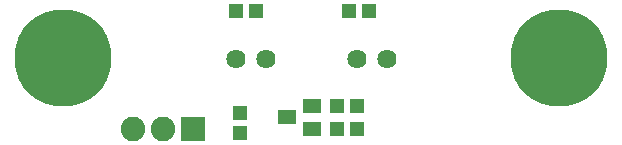
<source format=gbr>
G75*
G70*
%OFA0B0*%
%FSLAX24Y24*%
%IPPOS*%
%LPD*%
%AMOC8*
5,1,8,0,0,1.08239X$1,22.5*
%
%ADD10C,0.3230*%
%ADD11R,0.0513X0.0474*%
%ADD12R,0.0474X0.0513*%
%ADD13R,0.0820X0.0820*%
%ADD14C,0.0820*%
%ADD15R,0.0631X0.0474*%
%ADD16C,0.0640*%
D10*
X002494Y004511D03*
X019029Y004511D03*
D11*
X012671Y006086D03*
X012002Y006086D03*
X008399Y002680D03*
X008399Y002011D03*
D12*
X011608Y002149D03*
X012277Y002149D03*
X012277Y002936D03*
X011608Y002936D03*
X008931Y006086D03*
X008261Y006086D03*
D13*
X006824Y002149D03*
D14*
X004824Y002149D03*
X005824Y002149D03*
D15*
X009935Y002542D03*
X010801Y002168D03*
X010801Y002916D03*
D16*
X012273Y004495D03*
X013273Y004495D03*
X009257Y004495D03*
X008257Y004495D03*
M02*

</source>
